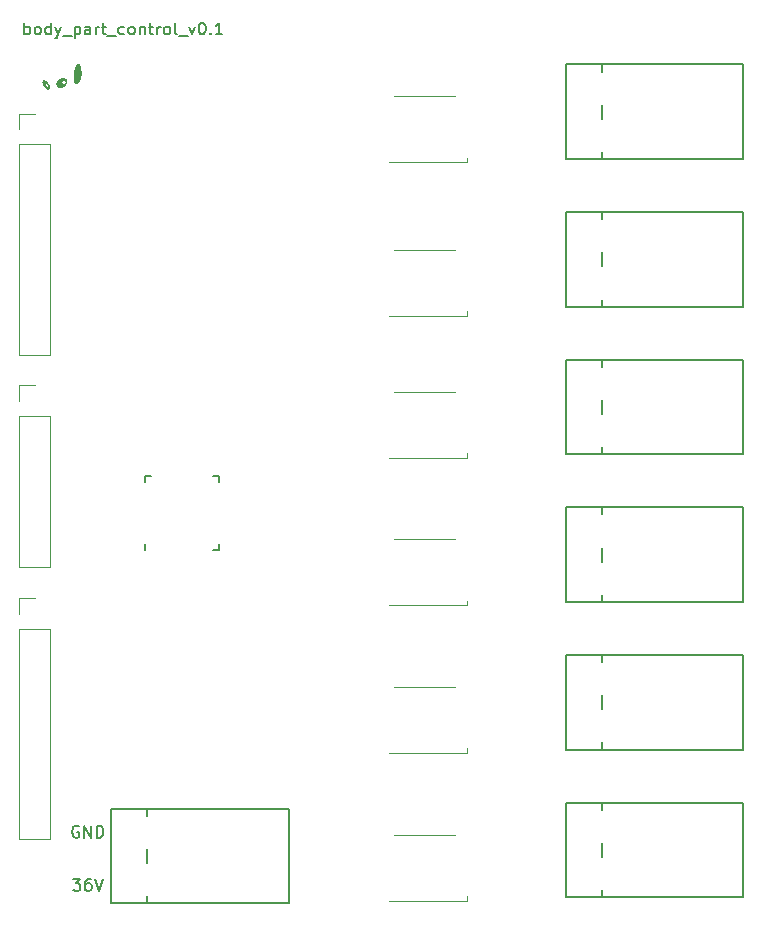
<source format=gbr>
G04 #@! TF.GenerationSoftware,KiCad,Pcbnew,5.1.3-ffb9f22~84~ubuntu18.04.1*
G04 #@! TF.CreationDate,2019-08-04T06:46:36-07:00*
G04 #@! TF.ProjectId,body_part_power,626f6479-5f70-4617-9274-5f706f776572,rev?*
G04 #@! TF.SameCoordinates,Original*
G04 #@! TF.FileFunction,Legend,Top*
G04 #@! TF.FilePolarity,Positive*
%FSLAX46Y46*%
G04 Gerber Fmt 4.6, Leading zero omitted, Abs format (unit mm)*
G04 Created by KiCad (PCBNEW 5.1.3-ffb9f22~84~ubuntu18.04.1) date 2019-08-04 06:46:36*
%MOMM*%
%LPD*%
G04 APERTURE LIST*
%ADD10C,0.150000*%
%ADD11C,0.010000*%
%ADD12C,0.120000*%
G04 APERTURE END LIST*
D10*
X152142857Y-37452380D02*
X152142857Y-36452380D01*
X152142857Y-36833333D02*
X152238095Y-36785714D01*
X152428571Y-36785714D01*
X152523809Y-36833333D01*
X152571428Y-36880952D01*
X152619047Y-36976190D01*
X152619047Y-37261904D01*
X152571428Y-37357142D01*
X152523809Y-37404761D01*
X152428571Y-37452380D01*
X152238095Y-37452380D01*
X152142857Y-37404761D01*
X153190476Y-37452380D02*
X153095238Y-37404761D01*
X153047619Y-37357142D01*
X153000000Y-37261904D01*
X153000000Y-36976190D01*
X153047619Y-36880952D01*
X153095238Y-36833333D01*
X153190476Y-36785714D01*
X153333333Y-36785714D01*
X153428571Y-36833333D01*
X153476190Y-36880952D01*
X153523809Y-36976190D01*
X153523809Y-37261904D01*
X153476190Y-37357142D01*
X153428571Y-37404761D01*
X153333333Y-37452380D01*
X153190476Y-37452380D01*
X154380952Y-37452380D02*
X154380952Y-36452380D01*
X154380952Y-37404761D02*
X154285714Y-37452380D01*
X154095238Y-37452380D01*
X154000000Y-37404761D01*
X153952380Y-37357142D01*
X153904761Y-37261904D01*
X153904761Y-36976190D01*
X153952380Y-36880952D01*
X154000000Y-36833333D01*
X154095238Y-36785714D01*
X154285714Y-36785714D01*
X154380952Y-36833333D01*
X154761904Y-36785714D02*
X155000000Y-37452380D01*
X155238095Y-36785714D02*
X155000000Y-37452380D01*
X154904761Y-37690476D01*
X154857142Y-37738095D01*
X154761904Y-37785714D01*
X155380952Y-37547619D02*
X156142857Y-37547619D01*
X156380952Y-36785714D02*
X156380952Y-37785714D01*
X156380952Y-36833333D02*
X156476190Y-36785714D01*
X156666666Y-36785714D01*
X156761904Y-36833333D01*
X156809523Y-36880952D01*
X156857142Y-36976190D01*
X156857142Y-37261904D01*
X156809523Y-37357142D01*
X156761904Y-37404761D01*
X156666666Y-37452380D01*
X156476190Y-37452380D01*
X156380952Y-37404761D01*
X157714285Y-37452380D02*
X157714285Y-36928571D01*
X157666666Y-36833333D01*
X157571428Y-36785714D01*
X157380952Y-36785714D01*
X157285714Y-36833333D01*
X157714285Y-37404761D02*
X157619047Y-37452380D01*
X157380952Y-37452380D01*
X157285714Y-37404761D01*
X157238095Y-37309523D01*
X157238095Y-37214285D01*
X157285714Y-37119047D01*
X157380952Y-37071428D01*
X157619047Y-37071428D01*
X157714285Y-37023809D01*
X158190476Y-37452380D02*
X158190476Y-36785714D01*
X158190476Y-36976190D02*
X158238095Y-36880952D01*
X158285714Y-36833333D01*
X158380952Y-36785714D01*
X158476190Y-36785714D01*
X158666666Y-36785714D02*
X159047619Y-36785714D01*
X158809523Y-36452380D02*
X158809523Y-37309523D01*
X158857142Y-37404761D01*
X158952380Y-37452380D01*
X159047619Y-37452380D01*
X159142857Y-37547619D02*
X159904761Y-37547619D01*
X160571428Y-37404761D02*
X160476190Y-37452380D01*
X160285714Y-37452380D01*
X160190476Y-37404761D01*
X160142857Y-37357142D01*
X160095238Y-37261904D01*
X160095238Y-36976190D01*
X160142857Y-36880952D01*
X160190476Y-36833333D01*
X160285714Y-36785714D01*
X160476190Y-36785714D01*
X160571428Y-36833333D01*
X161142857Y-37452380D02*
X161047619Y-37404761D01*
X161000000Y-37357142D01*
X160952380Y-37261904D01*
X160952380Y-36976190D01*
X161000000Y-36880952D01*
X161047619Y-36833333D01*
X161142857Y-36785714D01*
X161285714Y-36785714D01*
X161380952Y-36833333D01*
X161428571Y-36880952D01*
X161476190Y-36976190D01*
X161476190Y-37261904D01*
X161428571Y-37357142D01*
X161380952Y-37404761D01*
X161285714Y-37452380D01*
X161142857Y-37452380D01*
X161904761Y-36785714D02*
X161904761Y-37452380D01*
X161904761Y-36880952D02*
X161952380Y-36833333D01*
X162047619Y-36785714D01*
X162190476Y-36785714D01*
X162285714Y-36833333D01*
X162333333Y-36928571D01*
X162333333Y-37452380D01*
X162666666Y-36785714D02*
X163047619Y-36785714D01*
X162809523Y-36452380D02*
X162809523Y-37309523D01*
X162857142Y-37404761D01*
X162952380Y-37452380D01*
X163047619Y-37452380D01*
X163380952Y-37452380D02*
X163380952Y-36785714D01*
X163380952Y-36976190D02*
X163428571Y-36880952D01*
X163476190Y-36833333D01*
X163571428Y-36785714D01*
X163666666Y-36785714D01*
X164142857Y-37452380D02*
X164047619Y-37404761D01*
X164000000Y-37357142D01*
X163952380Y-37261904D01*
X163952380Y-36976190D01*
X164000000Y-36880952D01*
X164047619Y-36833333D01*
X164142857Y-36785714D01*
X164285714Y-36785714D01*
X164380952Y-36833333D01*
X164428571Y-36880952D01*
X164476190Y-36976190D01*
X164476190Y-37261904D01*
X164428571Y-37357142D01*
X164380952Y-37404761D01*
X164285714Y-37452380D01*
X164142857Y-37452380D01*
X165047619Y-37452380D02*
X164952380Y-37404761D01*
X164904761Y-37309523D01*
X164904761Y-36452380D01*
X165190476Y-37547619D02*
X165952380Y-37547619D01*
X166095238Y-36785714D02*
X166333333Y-37452380D01*
X166571428Y-36785714D01*
X167142857Y-36452380D02*
X167238095Y-36452380D01*
X167333333Y-36500000D01*
X167380952Y-36547619D01*
X167428571Y-36642857D01*
X167476190Y-36833333D01*
X167476190Y-37071428D01*
X167428571Y-37261904D01*
X167380952Y-37357142D01*
X167333333Y-37404761D01*
X167238095Y-37452380D01*
X167142857Y-37452380D01*
X167047619Y-37404761D01*
X167000000Y-37357142D01*
X166952380Y-37261904D01*
X166904761Y-37071428D01*
X166904761Y-36833333D01*
X166952380Y-36642857D01*
X167000000Y-36547619D01*
X167047619Y-36500000D01*
X167142857Y-36452380D01*
X167904761Y-37357142D02*
X167952380Y-37404761D01*
X167904761Y-37452380D01*
X167857142Y-37404761D01*
X167904761Y-37357142D01*
X167904761Y-37452380D01*
X168904761Y-37452380D02*
X168333333Y-37452380D01*
X168619047Y-37452380D02*
X168619047Y-36452380D01*
X168523809Y-36595238D01*
X168428571Y-36690476D01*
X168333333Y-36738095D01*
X156261904Y-108952380D02*
X156880952Y-108952380D01*
X156547619Y-109333333D01*
X156690476Y-109333333D01*
X156785714Y-109380952D01*
X156833333Y-109428571D01*
X156880952Y-109523809D01*
X156880952Y-109761904D01*
X156833333Y-109857142D01*
X156785714Y-109904761D01*
X156690476Y-109952380D01*
X156404761Y-109952380D01*
X156309523Y-109904761D01*
X156261904Y-109857142D01*
X157738095Y-108952380D02*
X157547619Y-108952380D01*
X157452380Y-109000000D01*
X157404761Y-109047619D01*
X157309523Y-109190476D01*
X157261904Y-109380952D01*
X157261904Y-109761904D01*
X157309523Y-109857142D01*
X157357142Y-109904761D01*
X157452380Y-109952380D01*
X157642857Y-109952380D01*
X157738095Y-109904761D01*
X157785714Y-109857142D01*
X157833333Y-109761904D01*
X157833333Y-109523809D01*
X157785714Y-109428571D01*
X157738095Y-109380952D01*
X157642857Y-109333333D01*
X157452380Y-109333333D01*
X157357142Y-109380952D01*
X157309523Y-109428571D01*
X157261904Y-109523809D01*
X158119047Y-108952380D02*
X158452380Y-109952380D01*
X158785714Y-108952380D01*
X156738095Y-104500000D02*
X156642857Y-104452380D01*
X156500000Y-104452380D01*
X156357142Y-104500000D01*
X156261904Y-104595238D01*
X156214285Y-104690476D01*
X156166666Y-104880952D01*
X156166666Y-105023809D01*
X156214285Y-105214285D01*
X156261904Y-105309523D01*
X156357142Y-105404761D01*
X156500000Y-105452380D01*
X156595238Y-105452380D01*
X156738095Y-105404761D01*
X156785714Y-105357142D01*
X156785714Y-105023809D01*
X156595238Y-105023809D01*
X157214285Y-105452380D02*
X157214285Y-104452380D01*
X157785714Y-105452380D01*
X157785714Y-104452380D01*
X158261904Y-105452380D02*
X158261904Y-104452380D01*
X158500000Y-104452380D01*
X158642857Y-104500000D01*
X158738095Y-104595238D01*
X158785714Y-104690476D01*
X158833333Y-104880952D01*
X158833333Y-105023809D01*
X158785714Y-105214285D01*
X158738095Y-105309523D01*
X158642857Y-105404761D01*
X158500000Y-105452380D01*
X158261904Y-105452380D01*
D11*
G36*
X155418423Y-41151777D02*
G01*
X155456263Y-41155066D01*
X155476759Y-41158897D01*
X155528390Y-41175874D01*
X155573060Y-41199654D01*
X155610646Y-41229527D01*
X155641024Y-41264781D01*
X155664071Y-41304703D01*
X155679661Y-41348583D01*
X155687672Y-41395708D01*
X155687980Y-41445366D01*
X155680461Y-41496846D01*
X155664990Y-41549436D01*
X155641445Y-41602424D01*
X155609701Y-41655099D01*
X155571669Y-41704398D01*
X155522024Y-41755506D01*
X155467034Y-41800255D01*
X155407863Y-41838142D01*
X155345678Y-41868666D01*
X155281645Y-41891325D01*
X155216929Y-41905617D01*
X155152695Y-41911041D01*
X155098218Y-41908169D01*
X155043393Y-41897107D01*
X154994297Y-41878036D01*
X154951371Y-41851148D01*
X154932887Y-41835333D01*
X154901140Y-41801436D01*
X154878000Y-41766962D01*
X154862118Y-41729320D01*
X154852141Y-41685916D01*
X154850986Y-41678145D01*
X154848426Y-41623755D01*
X154855286Y-41568691D01*
X154870934Y-41513752D01*
X154884275Y-41483475D01*
X155249164Y-41483475D01*
X155251545Y-41505112D01*
X155264506Y-41549304D01*
X155285689Y-41588657D01*
X155314198Y-41622122D01*
X155349137Y-41648653D01*
X155389610Y-41667204D01*
X155390453Y-41667481D01*
X155410411Y-41671460D01*
X155437461Y-41673152D01*
X155455684Y-41672976D01*
X155479938Y-41671571D01*
X155498324Y-41668634D01*
X155515122Y-41663176D01*
X155532690Y-41655155D01*
X155569679Y-41631788D01*
X155600282Y-41601948D01*
X155623754Y-41567048D01*
X155639349Y-41528504D01*
X155646322Y-41487728D01*
X155643925Y-41446134D01*
X155643670Y-41444722D01*
X155630966Y-41402824D01*
X155609644Y-41364438D01*
X155580985Y-41331215D01*
X155546270Y-41304806D01*
X155527445Y-41294858D01*
X155497518Y-41285350D01*
X155462396Y-41280786D01*
X155425790Y-41281225D01*
X155391413Y-41286724D01*
X155373531Y-41292426D01*
X155338383Y-41311486D01*
X155307691Y-41337944D01*
X155282440Y-41370087D01*
X155263613Y-41406199D01*
X155252193Y-41444567D01*
X155249164Y-41483475D01*
X154884275Y-41483475D01*
X154894736Y-41459736D01*
X154926061Y-41407441D01*
X154964274Y-41357666D01*
X155008745Y-41311207D01*
X155058840Y-41268864D01*
X155113926Y-41231434D01*
X155173370Y-41199716D01*
X155236541Y-41174507D01*
X155254886Y-41168701D01*
X155291263Y-41160238D01*
X155332757Y-41154503D01*
X155376199Y-41151636D01*
X155418423Y-41151777D01*
X155418423Y-41151777D01*
G37*
X155418423Y-41151777D02*
X155456263Y-41155066D01*
X155476759Y-41158897D01*
X155528390Y-41175874D01*
X155573060Y-41199654D01*
X155610646Y-41229527D01*
X155641024Y-41264781D01*
X155664071Y-41304703D01*
X155679661Y-41348583D01*
X155687672Y-41395708D01*
X155687980Y-41445366D01*
X155680461Y-41496846D01*
X155664990Y-41549436D01*
X155641445Y-41602424D01*
X155609701Y-41655099D01*
X155571669Y-41704398D01*
X155522024Y-41755506D01*
X155467034Y-41800255D01*
X155407863Y-41838142D01*
X155345678Y-41868666D01*
X155281645Y-41891325D01*
X155216929Y-41905617D01*
X155152695Y-41911041D01*
X155098218Y-41908169D01*
X155043393Y-41897107D01*
X154994297Y-41878036D01*
X154951371Y-41851148D01*
X154932887Y-41835333D01*
X154901140Y-41801436D01*
X154878000Y-41766962D01*
X154862118Y-41729320D01*
X154852141Y-41685916D01*
X154850986Y-41678145D01*
X154848426Y-41623755D01*
X154855286Y-41568691D01*
X154870934Y-41513752D01*
X154884275Y-41483475D01*
X155249164Y-41483475D01*
X155251545Y-41505112D01*
X155264506Y-41549304D01*
X155285689Y-41588657D01*
X155314198Y-41622122D01*
X155349137Y-41648653D01*
X155389610Y-41667204D01*
X155390453Y-41667481D01*
X155410411Y-41671460D01*
X155437461Y-41673152D01*
X155455684Y-41672976D01*
X155479938Y-41671571D01*
X155498324Y-41668634D01*
X155515122Y-41663176D01*
X155532690Y-41655155D01*
X155569679Y-41631788D01*
X155600282Y-41601948D01*
X155623754Y-41567048D01*
X155639349Y-41528504D01*
X155646322Y-41487728D01*
X155643925Y-41446134D01*
X155643670Y-41444722D01*
X155630966Y-41402824D01*
X155609644Y-41364438D01*
X155580985Y-41331215D01*
X155546270Y-41304806D01*
X155527445Y-41294858D01*
X155497518Y-41285350D01*
X155462396Y-41280786D01*
X155425790Y-41281225D01*
X155391413Y-41286724D01*
X155373531Y-41292426D01*
X155338383Y-41311486D01*
X155307691Y-41337944D01*
X155282440Y-41370087D01*
X155263613Y-41406199D01*
X155252193Y-41444567D01*
X155249164Y-41483475D01*
X154884275Y-41483475D01*
X154894736Y-41459736D01*
X154926061Y-41407441D01*
X154964274Y-41357666D01*
X155008745Y-41311207D01*
X155058840Y-41268864D01*
X155113926Y-41231434D01*
X155173370Y-41199716D01*
X155236541Y-41174507D01*
X155254886Y-41168701D01*
X155291263Y-41160238D01*
X155332757Y-41154503D01*
X155376199Y-41151636D01*
X155418423Y-41151777D01*
G36*
X153793665Y-41342400D02*
G01*
X153811199Y-41344815D01*
X153827879Y-41350076D01*
X153846678Y-41358404D01*
X153896544Y-41386810D01*
X153946028Y-41424026D01*
X153994186Y-41468713D01*
X154040077Y-41519536D01*
X154082757Y-41575158D01*
X154121285Y-41634244D01*
X154154717Y-41695456D01*
X154182112Y-41757459D01*
X154202526Y-41818917D01*
X154215018Y-41878492D01*
X154215381Y-41881129D01*
X154218149Y-41924196D01*
X154214456Y-41962257D01*
X154204593Y-41994427D01*
X154188853Y-42019822D01*
X154167525Y-42037556D01*
X154163187Y-42039832D01*
X154135219Y-42048318D01*
X154103409Y-42049581D01*
X154071189Y-42043488D01*
X154070740Y-42043346D01*
X154027203Y-42025057D01*
X153982270Y-41997842D01*
X153936881Y-41962665D01*
X153891976Y-41920487D01*
X153848495Y-41872272D01*
X153807378Y-41818982D01*
X153769565Y-41761579D01*
X153735996Y-41701026D01*
X153735540Y-41700119D01*
X153710181Y-41645845D01*
X153701711Y-41623574D01*
X153855284Y-41623574D01*
X153855543Y-41651315D01*
X153858121Y-41679311D01*
X153862567Y-41702702D01*
X153872407Y-41732865D01*
X153886999Y-41767156D01*
X153904535Y-41801944D01*
X153923208Y-41833596D01*
X153938382Y-41855022D01*
X153969895Y-41890806D01*
X154001152Y-41918895D01*
X154031506Y-41939000D01*
X154060309Y-41950834D01*
X154086913Y-41954109D01*
X154110670Y-41948538D01*
X154126133Y-41938466D01*
X154140767Y-41921999D01*
X154150019Y-41902003D01*
X154154606Y-41876313D01*
X154155402Y-41850316D01*
X154151584Y-41811085D01*
X154141587Y-41770767D01*
X154126265Y-41730451D01*
X154106466Y-41691228D01*
X154083042Y-41654188D01*
X154056844Y-41620421D01*
X154028723Y-41591018D01*
X153999529Y-41567069D01*
X153970113Y-41549664D01*
X153941326Y-41539894D01*
X153914019Y-41538849D01*
X153912521Y-41539075D01*
X153890226Y-41547610D01*
X153871870Y-41564429D01*
X153861805Y-41581686D01*
X153857365Y-41599295D01*
X153855284Y-41623574D01*
X153701711Y-41623574D01*
X153691505Y-41596742D01*
X153678956Y-41550850D01*
X153671980Y-41506209D01*
X153670024Y-41468820D01*
X153670147Y-41443734D01*
X153671356Y-41425780D01*
X153674108Y-41411950D01*
X153678861Y-41399235D01*
X153681443Y-41393751D01*
X153692212Y-41376421D01*
X153705671Y-41360733D01*
X153711471Y-41355651D01*
X153721774Y-41348608D01*
X153731873Y-41344452D01*
X153744939Y-41342443D01*
X153764145Y-41341838D01*
X153770641Y-41341820D01*
X153793665Y-41342400D01*
X153793665Y-41342400D01*
G37*
X153793665Y-41342400D02*
X153811199Y-41344815D01*
X153827879Y-41350076D01*
X153846678Y-41358404D01*
X153896544Y-41386810D01*
X153946028Y-41424026D01*
X153994186Y-41468713D01*
X154040077Y-41519536D01*
X154082757Y-41575158D01*
X154121285Y-41634244D01*
X154154717Y-41695456D01*
X154182112Y-41757459D01*
X154202526Y-41818917D01*
X154215018Y-41878492D01*
X154215381Y-41881129D01*
X154218149Y-41924196D01*
X154214456Y-41962257D01*
X154204593Y-41994427D01*
X154188853Y-42019822D01*
X154167525Y-42037556D01*
X154163187Y-42039832D01*
X154135219Y-42048318D01*
X154103409Y-42049581D01*
X154071189Y-42043488D01*
X154070740Y-42043346D01*
X154027203Y-42025057D01*
X153982270Y-41997842D01*
X153936881Y-41962665D01*
X153891976Y-41920487D01*
X153848495Y-41872272D01*
X153807378Y-41818982D01*
X153769565Y-41761579D01*
X153735996Y-41701026D01*
X153735540Y-41700119D01*
X153710181Y-41645845D01*
X153701711Y-41623574D01*
X153855284Y-41623574D01*
X153855543Y-41651315D01*
X153858121Y-41679311D01*
X153862567Y-41702702D01*
X153872407Y-41732865D01*
X153886999Y-41767156D01*
X153904535Y-41801944D01*
X153923208Y-41833596D01*
X153938382Y-41855022D01*
X153969895Y-41890806D01*
X154001152Y-41918895D01*
X154031506Y-41939000D01*
X154060309Y-41950834D01*
X154086913Y-41954109D01*
X154110670Y-41948538D01*
X154126133Y-41938466D01*
X154140767Y-41921999D01*
X154150019Y-41902003D01*
X154154606Y-41876313D01*
X154155402Y-41850316D01*
X154151584Y-41811085D01*
X154141587Y-41770767D01*
X154126265Y-41730451D01*
X154106466Y-41691228D01*
X154083042Y-41654188D01*
X154056844Y-41620421D01*
X154028723Y-41591018D01*
X153999529Y-41567069D01*
X153970113Y-41549664D01*
X153941326Y-41539894D01*
X153914019Y-41538849D01*
X153912521Y-41539075D01*
X153890226Y-41547610D01*
X153871870Y-41564429D01*
X153861805Y-41581686D01*
X153857365Y-41599295D01*
X153855284Y-41623574D01*
X153701711Y-41623574D01*
X153691505Y-41596742D01*
X153678956Y-41550850D01*
X153671980Y-41506209D01*
X153670024Y-41468820D01*
X153670147Y-41443734D01*
X153671356Y-41425780D01*
X153674108Y-41411950D01*
X153678861Y-41399235D01*
X153681443Y-41393751D01*
X153692212Y-41376421D01*
X153705671Y-41360733D01*
X153711471Y-41355651D01*
X153721774Y-41348608D01*
X153731873Y-41344452D01*
X153744939Y-41342443D01*
X153764145Y-41341838D01*
X153770641Y-41341820D01*
X153793665Y-41342400D01*
G36*
X156678201Y-39979738D02*
G01*
X156698348Y-39981965D01*
X156715863Y-39985564D01*
X156731188Y-39991308D01*
X156744766Y-39999971D01*
X156757039Y-40012324D01*
X156768450Y-40029140D01*
X156779440Y-40051193D01*
X156790453Y-40079255D01*
X156801931Y-40114099D01*
X156814316Y-40156498D01*
X156828050Y-40207225D01*
X156843577Y-40267052D01*
X156844299Y-40269867D01*
X156861506Y-40342474D01*
X156875540Y-40414276D01*
X156886689Y-40487443D01*
X156895238Y-40564150D01*
X156901474Y-40646569D01*
X156905609Y-40734760D01*
X156906717Y-40768405D01*
X156907222Y-40794525D01*
X156906933Y-40815749D01*
X156905658Y-40834703D01*
X156903208Y-40854014D01*
X156899391Y-40876309D01*
X156894016Y-40904217D01*
X156892872Y-40910020D01*
X156876391Y-40988711D01*
X156858865Y-41063406D01*
X156840546Y-41133339D01*
X156821687Y-41197741D01*
X156802541Y-41255845D01*
X156783359Y-41306882D01*
X156764394Y-41350085D01*
X156745900Y-41384686D01*
X156728657Y-41409293D01*
X156717953Y-41422749D01*
X156703677Y-41441717D01*
X156687975Y-41463311D01*
X156677487Y-41478152D01*
X156651986Y-41512275D01*
X156628222Y-41539201D01*
X156606922Y-41558184D01*
X156589823Y-41568106D01*
X156577848Y-41570698D01*
X156560149Y-41572358D01*
X156545639Y-41572712D01*
X156529049Y-41571866D01*
X156513769Y-41569024D01*
X156496746Y-41563303D01*
X156474929Y-41553818D01*
X156465960Y-41549618D01*
X156443192Y-41537894D01*
X156421706Y-41525181D01*
X156404652Y-41513418D01*
X156398199Y-41507955D01*
X156375298Y-41479710D01*
X156355228Y-41441883D01*
X156337972Y-41394420D01*
X156323507Y-41337269D01*
X156314959Y-41291020D01*
X156312442Y-41273764D01*
X156310422Y-41255587D01*
X156308848Y-41235174D01*
X156307672Y-41211208D01*
X156306843Y-41182375D01*
X156306312Y-41147359D01*
X156306029Y-41104844D01*
X156305945Y-41053516D01*
X156305945Y-41052260D01*
X156306068Y-40995778D01*
X156306514Y-40947431D01*
X156307403Y-40905192D01*
X156308857Y-40867037D01*
X156310997Y-40830942D01*
X156313942Y-40794882D01*
X156317814Y-40756833D01*
X156322734Y-40714769D01*
X156328823Y-40666667D01*
X156329068Y-40664778D01*
X156338126Y-40607754D01*
X156350976Y-40545299D01*
X156367031Y-40479301D01*
X156385706Y-40411648D01*
X156406413Y-40344227D01*
X156428565Y-40278927D01*
X156451577Y-40217635D01*
X156474862Y-40162239D01*
X156497832Y-40114626D01*
X156503030Y-40104937D01*
X156530897Y-40060835D01*
X156561983Y-40023517D01*
X156562588Y-40022896D01*
X156585380Y-40001619D01*
X156606068Y-39987902D01*
X156627763Y-39980583D01*
X156653575Y-39978502D01*
X156678201Y-39979738D01*
X156678201Y-39979738D01*
G37*
X156678201Y-39979738D02*
X156698348Y-39981965D01*
X156715863Y-39985564D01*
X156731188Y-39991308D01*
X156744766Y-39999971D01*
X156757039Y-40012324D01*
X156768450Y-40029140D01*
X156779440Y-40051193D01*
X156790453Y-40079255D01*
X156801931Y-40114099D01*
X156814316Y-40156498D01*
X156828050Y-40207225D01*
X156843577Y-40267052D01*
X156844299Y-40269867D01*
X156861506Y-40342474D01*
X156875540Y-40414276D01*
X156886689Y-40487443D01*
X156895238Y-40564150D01*
X156901474Y-40646569D01*
X156905609Y-40734760D01*
X156906717Y-40768405D01*
X156907222Y-40794525D01*
X156906933Y-40815749D01*
X156905658Y-40834703D01*
X156903208Y-40854014D01*
X156899391Y-40876309D01*
X156894016Y-40904217D01*
X156892872Y-40910020D01*
X156876391Y-40988711D01*
X156858865Y-41063406D01*
X156840546Y-41133339D01*
X156821687Y-41197741D01*
X156802541Y-41255845D01*
X156783359Y-41306882D01*
X156764394Y-41350085D01*
X156745900Y-41384686D01*
X156728657Y-41409293D01*
X156717953Y-41422749D01*
X156703677Y-41441717D01*
X156687975Y-41463311D01*
X156677487Y-41478152D01*
X156651986Y-41512275D01*
X156628222Y-41539201D01*
X156606922Y-41558184D01*
X156589823Y-41568106D01*
X156577848Y-41570698D01*
X156560149Y-41572358D01*
X156545639Y-41572712D01*
X156529049Y-41571866D01*
X156513769Y-41569024D01*
X156496746Y-41563303D01*
X156474929Y-41553818D01*
X156465960Y-41549618D01*
X156443192Y-41537894D01*
X156421706Y-41525181D01*
X156404652Y-41513418D01*
X156398199Y-41507955D01*
X156375298Y-41479710D01*
X156355228Y-41441883D01*
X156337972Y-41394420D01*
X156323507Y-41337269D01*
X156314959Y-41291020D01*
X156312442Y-41273764D01*
X156310422Y-41255587D01*
X156308848Y-41235174D01*
X156307672Y-41211208D01*
X156306843Y-41182375D01*
X156306312Y-41147359D01*
X156306029Y-41104844D01*
X156305945Y-41053516D01*
X156305945Y-41052260D01*
X156306068Y-40995778D01*
X156306514Y-40947431D01*
X156307403Y-40905192D01*
X156308857Y-40867037D01*
X156310997Y-40830942D01*
X156313942Y-40794882D01*
X156317814Y-40756833D01*
X156322734Y-40714769D01*
X156328823Y-40666667D01*
X156329068Y-40664778D01*
X156338126Y-40607754D01*
X156350976Y-40545299D01*
X156367031Y-40479301D01*
X156385706Y-40411648D01*
X156406413Y-40344227D01*
X156428565Y-40278927D01*
X156451577Y-40217635D01*
X156474862Y-40162239D01*
X156497832Y-40114626D01*
X156503030Y-40104937D01*
X156530897Y-40060835D01*
X156561983Y-40023517D01*
X156562588Y-40022896D01*
X156585380Y-40001619D01*
X156606068Y-39987902D01*
X156627763Y-39980583D01*
X156653575Y-39978502D01*
X156678201Y-39979738D01*
D10*
X162350000Y-74850000D02*
X162875000Y-74850000D01*
X168650000Y-81150000D02*
X168125000Y-81150000D01*
X168650000Y-74850000D02*
X168125000Y-74850000D01*
X162350000Y-81150000D02*
X162350000Y-80625000D01*
X168650000Y-81150000D02*
X168650000Y-80625000D01*
X168650000Y-74850000D02*
X168650000Y-75375000D01*
X162350000Y-74850000D02*
X162350000Y-75375000D01*
X162500000Y-103000000D02*
X162500000Y-103600000D01*
X162500000Y-107600000D02*
X162500000Y-106400000D01*
X162500000Y-111000000D02*
X162500000Y-110400000D01*
X159500000Y-103000000D02*
X159500000Y-111000000D01*
X159500000Y-111000000D02*
X174500000Y-111000000D01*
X174500000Y-111000000D02*
X174500000Y-103000000D01*
X174500000Y-103000000D02*
X159500000Y-103000000D01*
D12*
X151670000Y-105610000D02*
X154330000Y-105610000D01*
X151670000Y-87770000D02*
X151670000Y-105610000D01*
X154330000Y-87770000D02*
X154330000Y-105610000D01*
X151670000Y-87770000D02*
X154330000Y-87770000D01*
X151670000Y-86500000D02*
X151670000Y-85170000D01*
X151670000Y-85170000D02*
X153000000Y-85170000D01*
X151670000Y-44170000D02*
X153000000Y-44170000D01*
X151670000Y-45500000D02*
X151670000Y-44170000D01*
X151670000Y-46770000D02*
X154330000Y-46770000D01*
X154330000Y-46770000D02*
X154330000Y-64610000D01*
X151670000Y-46770000D02*
X151670000Y-64610000D01*
X151670000Y-64610000D02*
X154330000Y-64610000D01*
D10*
X201000000Y-40000000D02*
X201000000Y-40600000D01*
X201000000Y-44600000D02*
X201000000Y-43400000D01*
X201000000Y-48000000D02*
X201000000Y-47400000D01*
X198000000Y-40000000D02*
X198000000Y-48000000D01*
X198000000Y-48000000D02*
X213000000Y-48000000D01*
X213000000Y-48000000D02*
X213000000Y-40000000D01*
X213000000Y-40000000D02*
X198000000Y-40000000D01*
X213000000Y-77500000D02*
X198000000Y-77500000D01*
X213000000Y-85500000D02*
X213000000Y-77500000D01*
X198000000Y-85500000D02*
X213000000Y-85500000D01*
X198000000Y-77500000D02*
X198000000Y-85500000D01*
X201000000Y-85500000D02*
X201000000Y-84900000D01*
X201000000Y-82100000D02*
X201000000Y-80900000D01*
X201000000Y-77500000D02*
X201000000Y-78100000D01*
D12*
X151670000Y-82530000D02*
X154330000Y-82530000D01*
X151670000Y-69770000D02*
X151670000Y-82530000D01*
X154330000Y-69770000D02*
X154330000Y-82530000D01*
X151670000Y-69770000D02*
X154330000Y-69770000D01*
X151670000Y-68500000D02*
X151670000Y-67170000D01*
X151670000Y-67170000D02*
X153000000Y-67170000D01*
D10*
X213000000Y-52500000D02*
X198000000Y-52500000D01*
X213000000Y-60500000D02*
X213000000Y-52500000D01*
X198000000Y-60500000D02*
X213000000Y-60500000D01*
X198000000Y-52500000D02*
X198000000Y-60500000D01*
X201000000Y-60500000D02*
X201000000Y-59900000D01*
X201000000Y-57100000D02*
X201000000Y-55900000D01*
X201000000Y-52500000D02*
X201000000Y-53100000D01*
X201000000Y-90000000D02*
X201000000Y-90600000D01*
X201000000Y-94600000D02*
X201000000Y-93400000D01*
X201000000Y-98000000D02*
X201000000Y-97400000D01*
X198000000Y-90000000D02*
X198000000Y-98000000D01*
X198000000Y-98000000D02*
X213000000Y-98000000D01*
X213000000Y-98000000D02*
X213000000Y-90000000D01*
X213000000Y-90000000D02*
X198000000Y-90000000D01*
X201000000Y-65000000D02*
X201000000Y-65600000D01*
X201000000Y-69600000D02*
X201000000Y-68400000D01*
X201000000Y-73000000D02*
X201000000Y-72400000D01*
X198000000Y-65000000D02*
X198000000Y-73000000D01*
X198000000Y-73000000D02*
X213000000Y-73000000D01*
X213000000Y-73000000D02*
X213000000Y-65000000D01*
X213000000Y-65000000D02*
X198000000Y-65000000D01*
X213000000Y-102500000D02*
X198000000Y-102500000D01*
X213000000Y-110500000D02*
X213000000Y-102500000D01*
X198000000Y-110500000D02*
X213000000Y-110500000D01*
X198000000Y-102500000D02*
X198000000Y-110500000D01*
X201000000Y-110500000D02*
X201000000Y-109900000D01*
X201000000Y-107100000D02*
X201000000Y-105900000D01*
X201000000Y-102500000D02*
X201000000Y-103100000D01*
D12*
X189600000Y-48300000D02*
X189600000Y-47900000D01*
X183000000Y-48300000D02*
X189600000Y-48300000D01*
X183400000Y-42700000D02*
X188600000Y-42700000D01*
X183400000Y-80200000D02*
X188600000Y-80200000D01*
X183000000Y-85800000D02*
X189600000Y-85800000D01*
X189600000Y-85800000D02*
X189600000Y-85400000D01*
X183400000Y-55700000D02*
X188600000Y-55700000D01*
X183000000Y-61300000D02*
X189600000Y-61300000D01*
X189600000Y-61300000D02*
X189600000Y-60900000D01*
X183400000Y-92700000D02*
X188600000Y-92700000D01*
X183000000Y-98300000D02*
X189600000Y-98300000D01*
X189600000Y-98300000D02*
X189600000Y-97900000D01*
X189600000Y-73300000D02*
X189600000Y-72900000D01*
X183000000Y-73300000D02*
X189600000Y-73300000D01*
X183400000Y-67700000D02*
X188600000Y-67700000D01*
X189600000Y-110800000D02*
X189600000Y-110400000D01*
X183000000Y-110800000D02*
X189600000Y-110800000D01*
X183400000Y-105200000D02*
X188600000Y-105200000D01*
M02*

</source>
